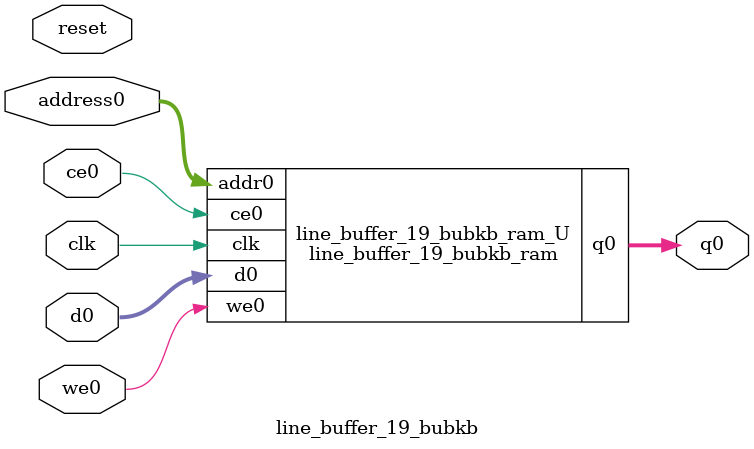
<source format=v>

`timescale 1 ns / 1 ps
module line_buffer_19_bubkb_ram (addr0, ce0, d0, we0, q0,  clk);

parameter DWIDTH = 16;
parameter AWIDTH = 10;
parameter MEM_SIZE = 736;

input[AWIDTH-1:0] addr0;
input ce0;
input[DWIDTH-1:0] d0;
input we0;
output reg[DWIDTH-1:0] q0;
input clk;

(* ram_style = "block" *)reg [DWIDTH-1:0] ram[0:MEM_SIZE-1];




always @(posedge clk)  
begin 
    if (ce0) 
    begin
        if (we0) 
        begin 
            ram[addr0] <= d0; 
            q0 <= d0;
        end 
        else 
            q0 <= ram[addr0];
    end
end


endmodule


`timescale 1 ns / 1 ps
module line_buffer_19_bubkb(
    reset,
    clk,
    address0,
    ce0,
    we0,
    d0,
    q0);

parameter DataWidth = 32'd16;
parameter AddressRange = 32'd736;
parameter AddressWidth = 32'd10;
input reset;
input clk;
input[AddressWidth - 1:0] address0;
input ce0;
input we0;
input[DataWidth - 1:0] d0;
output[DataWidth - 1:0] q0;



line_buffer_19_bubkb_ram line_buffer_19_bubkb_ram_U(
    .clk( clk ),
    .addr0( address0 ),
    .ce0( ce0 ),
    .d0( d0 ),
    .we0( we0 ),
    .q0( q0 ));

endmodule


</source>
